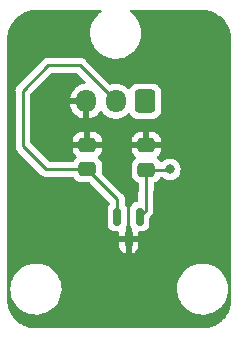
<source format=gbr>
%TF.GenerationSoftware,KiCad,Pcbnew,6.0.10+dfsg-1~bpo11+1*%
%TF.CreationDate,2023-01-29T22:58:32-06:00*%
%TF.ProjectId,hall_pcb,68616c6c-5f70-4636-922e-6b696361645f,rev?*%
%TF.SameCoordinates,Original*%
%TF.FileFunction,Copper,L1,Top*%
%TF.FilePolarity,Positive*%
%FSLAX46Y46*%
G04 Gerber Fmt 4.6, Leading zero omitted, Abs format (unit mm)*
G04 Created by KiCad (PCBNEW 6.0.10+dfsg-1~bpo11+1) date 2023-01-29 22:58:32*
%MOMM*%
%LPD*%
G01*
G04 APERTURE LIST*
G04 Aperture macros list*
%AMRoundRect*
0 Rectangle with rounded corners*
0 $1 Rounding radius*
0 $2 $3 $4 $5 $6 $7 $8 $9 X,Y pos of 4 corners*
0 Add a 4 corners polygon primitive as box body*
4,1,4,$2,$3,$4,$5,$6,$7,$8,$9,$2,$3,0*
0 Add four circle primitives for the rounded corners*
1,1,$1+$1,$2,$3*
1,1,$1+$1,$4,$5*
1,1,$1+$1,$6,$7*
1,1,$1+$1,$8,$9*
0 Add four rect primitives between the rounded corners*
20,1,$1+$1,$2,$3,$4,$5,0*
20,1,$1+$1,$4,$5,$6,$7,0*
20,1,$1+$1,$6,$7,$8,$9,0*
20,1,$1+$1,$8,$9,$2,$3,0*%
G04 Aperture macros list end*
%TA.AperFunction,SMDPad,CuDef*%
%ADD10RoundRect,0.250000X0.475000X-0.337500X0.475000X0.337500X-0.475000X0.337500X-0.475000X-0.337500X0*%
%TD*%
%TA.AperFunction,SMDPad,CuDef*%
%ADD11RoundRect,0.150000X-0.150000X0.587500X-0.150000X-0.587500X0.150000X-0.587500X0.150000X0.587500X0*%
%TD*%
%TA.AperFunction,ComponentPad*%
%ADD12RoundRect,0.250000X0.600000X0.725000X-0.600000X0.725000X-0.600000X-0.725000X0.600000X-0.725000X0*%
%TD*%
%TA.AperFunction,ComponentPad*%
%ADD13O,1.700000X1.950000*%
%TD*%
%TA.AperFunction,ViaPad*%
%ADD14C,0.800000*%
%TD*%
%TA.AperFunction,Conductor*%
%ADD15C,0.250000*%
%TD*%
G04 APERTURE END LIST*
D10*
%TO.P,C2,1*%
%TO.N,+3V3*%
X137787500Y-64600000D03*
%TO.P,C2,2*%
%TO.N,GNDREF*%
X137787500Y-62525000D03*
%TD*%
%TO.P,C1,1*%
%TO.N,/Vout*%
X132787500Y-64562500D03*
%TO.P,C1,2*%
%TO.N,GNDREF*%
X132787500Y-62487500D03*
%TD*%
D11*
%TO.P,U1,1,VCC*%
%TO.N,+3V3*%
X137237500Y-68562500D03*
%TO.P,U1,2,OUTPUT*%
%TO.N,/Vout*%
X135337500Y-68562500D03*
%TO.P,U1,3,GND*%
%TO.N,GNDREF*%
X136287500Y-70437500D03*
%TD*%
D12*
%TO.P,J1,1,Pin_1*%
%TO.N,+3V3*%
X137700000Y-58800000D03*
D13*
%TO.P,J1,2,Pin_2*%
%TO.N,/Vout*%
X135200000Y-58800000D03*
%TO.P,J1,3,Pin_3*%
%TO.N,GNDREF*%
X132700000Y-58800000D03*
%TD*%
D14*
%TO.N,+3V3*%
X139787500Y-64562500D03*
%TD*%
D15*
%TO.N,/Vout*%
X129500000Y-55750000D02*
X132150000Y-55750000D01*
X127350000Y-57900000D02*
X129500000Y-55750000D01*
X132787500Y-64562500D02*
X129312500Y-64562500D01*
X127350000Y-62600000D02*
X127350000Y-57900000D01*
X129312500Y-64562500D02*
X127350000Y-62600000D01*
X132150000Y-55750000D02*
X135200000Y-58800000D01*
X135337500Y-68562500D02*
X135337500Y-67112500D01*
X135337500Y-67112500D02*
X132787500Y-64562500D01*
%TO.N,+3V3*%
X137787500Y-64600000D02*
X139750000Y-64600000D01*
X139750000Y-64600000D02*
X139787500Y-64562500D01*
X137750000Y-68050000D02*
X137237500Y-68562500D01*
X137787500Y-64562500D02*
X137750000Y-68050000D01*
%TD*%
%TA.AperFunction,Conductor*%
%TO.N,GNDREF*%
G36*
X133941804Y-51078502D02*
G01*
X133988297Y-51132158D01*
X133998401Y-51202432D01*
X133968907Y-51267012D01*
X133952464Y-51282834D01*
X133898166Y-51326335D01*
X133735549Y-51456616D01*
X133732605Y-51459718D01*
X133732601Y-51459722D01*
X133535911Y-51666990D01*
X133532961Y-51670099D01*
X133361220Y-51909102D01*
X133223504Y-52169201D01*
X133122362Y-52445584D01*
X133059666Y-52733137D01*
X133036575Y-53026538D01*
X133053516Y-53320358D01*
X133054341Y-53324565D01*
X133054342Y-53324570D01*
X133069126Y-53399921D01*
X133110177Y-53609160D01*
X133111564Y-53613210D01*
X133111565Y-53613215D01*
X133131123Y-53670339D01*
X133205509Y-53887601D01*
X133337747Y-54150528D01*
X133340173Y-54154057D01*
X133340176Y-54154063D01*
X133379950Y-54211934D01*
X133504445Y-54393075D01*
X133702518Y-54610754D01*
X133705807Y-54613504D01*
X133925009Y-54796786D01*
X133925014Y-54796790D01*
X133928301Y-54799538D01*
X133994051Y-54840783D01*
X134173976Y-54953650D01*
X134173980Y-54953652D01*
X134177616Y-54955933D01*
X134250293Y-54988748D01*
X134441937Y-55075279D01*
X134441941Y-55075281D01*
X134445849Y-55077045D01*
X134449968Y-55078265D01*
X134723924Y-55159415D01*
X134723929Y-55159416D01*
X134728037Y-55160633D01*
X134732271Y-55161281D01*
X134732276Y-55161282D01*
X135014717Y-55204501D01*
X135014719Y-55204501D01*
X135018959Y-55205150D01*
X135168772Y-55207504D01*
X135308940Y-55209706D01*
X135308946Y-55209706D01*
X135313231Y-55209773D01*
X135605408Y-55174416D01*
X135775089Y-55129901D01*
X135885939Y-55100820D01*
X135885940Y-55100820D01*
X135890082Y-55099733D01*
X136161988Y-54987106D01*
X136416092Y-54838619D01*
X136647694Y-54657021D01*
X136695605Y-54607581D01*
X136849523Y-54448748D01*
X136852506Y-54445670D01*
X137026741Y-54208479D01*
X137167172Y-53949836D01*
X137271203Y-53674527D01*
X137315692Y-53480279D01*
X137335949Y-53391831D01*
X137335950Y-53391827D01*
X137336907Y-53387647D01*
X137337943Y-53376047D01*
X137362849Y-53096970D01*
X137362849Y-53096968D01*
X137363069Y-53094504D01*
X137363544Y-53049194D01*
X137363375Y-53046713D01*
X137343819Y-52759844D01*
X137343818Y-52759838D01*
X137343527Y-52755567D01*
X137283845Y-52467374D01*
X137185603Y-52189947D01*
X137050618Y-51928420D01*
X137034589Y-51905612D01*
X136883856Y-51691142D01*
X136883855Y-51691141D01*
X136881389Y-51687632D01*
X136700069Y-51492507D01*
X136683965Y-51475177D01*
X136683964Y-51475176D01*
X136681048Y-51472038D01*
X136658936Y-51453939D01*
X136567174Y-51378834D01*
X136453300Y-51285629D01*
X136453541Y-51285334D01*
X136411076Y-51231442D01*
X136404259Y-51160774D01*
X136436731Y-51097638D01*
X136498181Y-51062080D01*
X136528005Y-51058500D01*
X142492158Y-51058500D01*
X142495280Y-51058539D01*
X142503339Y-51058739D01*
X142620477Y-51061643D01*
X142626671Y-51061949D01*
X142743183Y-51070618D01*
X142749351Y-51071230D01*
X142864852Y-51085577D01*
X142870955Y-51086487D01*
X142985265Y-51106432D01*
X142991321Y-51107642D01*
X143104277Y-51133113D01*
X143110239Y-51134611D01*
X143221629Y-51165522D01*
X143227470Y-51167298D01*
X143320625Y-51198120D01*
X143337089Y-51203568D01*
X143342873Y-51205640D01*
X143450522Y-51247184D01*
X143456190Y-51249532D01*
X143495643Y-51267012D01*
X143561700Y-51296280D01*
X143567258Y-51298907D01*
X143670417Y-51350773D01*
X143675833Y-51353664D01*
X143753240Y-51397441D01*
X143776438Y-51410561D01*
X143781712Y-51413716D01*
X143858975Y-51462546D01*
X143879576Y-51475566D01*
X143884716Y-51478994D01*
X143979659Y-51545729D01*
X143984631Y-51549409D01*
X144076422Y-51620916D01*
X144081221Y-51624848D01*
X144169753Y-51701118D01*
X144174354Y-51705285D01*
X144219285Y-51748042D01*
X144225989Y-51755129D01*
X144230095Y-51761637D01*
X144241317Y-51771548D01*
X144264393Y-51791929D01*
X144272258Y-51799507D01*
X144335476Y-51865936D01*
X144344702Y-51875631D01*
X144348880Y-51880244D01*
X144425156Y-51968783D01*
X144429083Y-51973577D01*
X144500594Y-52065373D01*
X144504280Y-52070351D01*
X144571005Y-52165283D01*
X144574432Y-52170422D01*
X144636274Y-52268272D01*
X144639438Y-52273561D01*
X144696338Y-52374171D01*
X144699235Y-52379599D01*
X144710364Y-52401733D01*
X144741337Y-52463336D01*
X144751088Y-52482731D01*
X144753712Y-52488282D01*
X144756596Y-52494791D01*
X144800458Y-52593785D01*
X144802809Y-52599461D01*
X144844362Y-52707130D01*
X144846432Y-52712910D01*
X144853235Y-52733472D01*
X144882696Y-52822516D01*
X144884485Y-52828401D01*
X144915389Y-52939763D01*
X144916891Y-52945741D01*
X144942356Y-53058676D01*
X144943566Y-53064731D01*
X144963027Y-53176253D01*
X144963509Y-53179018D01*
X144964424Y-53185147D01*
X144978768Y-53300628D01*
X144979382Y-53306810D01*
X144988052Y-53423345D01*
X144988358Y-53429533D01*
X144989462Y-53474066D01*
X144991380Y-53551463D01*
X144991417Y-53555353D01*
X144991064Y-53613215D01*
X144991024Y-53619721D01*
X144991408Y-53621065D01*
X144991500Y-53622410D01*
X144991500Y-75541399D01*
X144991498Y-75542142D01*
X144991492Y-75543160D01*
X144991455Y-75545529D01*
X144989996Y-75604418D01*
X144988359Y-75670456D01*
X144988052Y-75676664D01*
X144986540Y-75696984D01*
X144979382Y-75793187D01*
X144978768Y-75799369D01*
X144964425Y-75914835D01*
X144963511Y-75920961D01*
X144943563Y-76035284D01*
X144942355Y-76041327D01*
X144927504Y-76107190D01*
X144916890Y-76154262D01*
X144915389Y-76160235D01*
X144886474Y-76264434D01*
X144884483Y-76271607D01*
X144882698Y-76277478D01*
X144846435Y-76387077D01*
X144846433Y-76387084D01*
X144844364Y-76392862D01*
X144807098Y-76489425D01*
X144802813Y-76500527D01*
X144800465Y-76506194D01*
X144753714Y-76611711D01*
X144751110Y-76617222D01*
X144699229Y-76720411D01*
X144696332Y-76725838D01*
X144639453Y-76826410D01*
X144636288Y-76831700D01*
X144574421Y-76929588D01*
X144570995Y-76934725D01*
X144504273Y-77029654D01*
X144500587Y-77034633D01*
X144429090Y-77126411D01*
X144425163Y-77131205D01*
X144348900Y-77219729D01*
X144348895Y-77219735D01*
X144344719Y-77224346D01*
X144295789Y-77275764D01*
X144274900Y-77297715D01*
X144265871Y-77306309D01*
X144240990Y-77327747D01*
X144240988Y-77327749D01*
X144234192Y-77333605D01*
X144229311Y-77341136D01*
X144226600Y-77344243D01*
X144218522Y-77352679D01*
X144174322Y-77394741D01*
X144169731Y-77398897D01*
X144081218Y-77475151D01*
X144076430Y-77479075D01*
X144027837Y-77516930D01*
X143984630Y-77550589D01*
X143979653Y-77554273D01*
X143884719Y-77621001D01*
X143879579Y-77624429D01*
X143781726Y-77686273D01*
X143776437Y-77689437D01*
X143675827Y-77746337D01*
X143670399Y-77749234D01*
X143567269Y-77801086D01*
X143561717Y-77803710D01*
X143561676Y-77803729D01*
X143456195Y-77850465D01*
X143450518Y-77852816D01*
X143342863Y-77894362D01*
X143337078Y-77896434D01*
X143227504Y-77932689D01*
X143221617Y-77934479D01*
X143110241Y-77965387D01*
X143104264Y-77966889D01*
X142991319Y-77992356D01*
X142985283Y-77993562D01*
X142870958Y-78013511D01*
X142864848Y-78014423D01*
X142749370Y-78028767D01*
X142743202Y-78029379D01*
X142626656Y-78038051D01*
X142620463Y-78038357D01*
X142498273Y-78041386D01*
X142495282Y-78041460D01*
X142492160Y-78041499D01*
X128507841Y-78041499D01*
X128504720Y-78041460D01*
X128500373Y-78041352D01*
X128379527Y-78038357D01*
X128373334Y-78038051D01*
X128256812Y-78029381D01*
X128250630Y-78028767D01*
X128135164Y-78014424D01*
X128129038Y-78013510D01*
X128014715Y-77993562D01*
X128008670Y-77992354D01*
X127895743Y-77966890D01*
X127889767Y-77965388D01*
X127778388Y-77934480D01*
X127772530Y-77932699D01*
X127662888Y-77896423D01*
X127657141Y-77894365D01*
X127549463Y-77852808D01*
X127543804Y-77850464D01*
X127438276Y-77803708D01*
X127432776Y-77801109D01*
X127329576Y-77749222D01*
X127324160Y-77746331D01*
X127223588Y-77689452D01*
X127218298Y-77686287D01*
X127120410Y-77624420D01*
X127115273Y-77620994D01*
X127020344Y-77554272D01*
X127015364Y-77550586D01*
X126923579Y-77479083D01*
X126918775Y-77475146D01*
X126830261Y-77398893D01*
X126825637Y-77394706D01*
X126780721Y-77351961D01*
X126774009Y-77344865D01*
X126769904Y-77338360D01*
X126735603Y-77308066D01*
X126727751Y-77300500D01*
X126664527Y-77234062D01*
X126655283Y-77224348D01*
X126651100Y-77219729D01*
X126574858Y-77131231D01*
X126570919Y-77126424D01*
X126499405Y-77034623D01*
X126495721Y-77029646D01*
X126429004Y-76934727D01*
X126425576Y-76929587D01*
X126380670Y-76858535D01*
X126363718Y-76831712D01*
X126360569Y-76826450D01*
X126303656Y-76725816D01*
X126300765Y-76720398D01*
X126260118Y-76639554D01*
X126248909Y-76617260D01*
X126246286Y-76611711D01*
X126244866Y-76608505D01*
X126199533Y-76506192D01*
X126197183Y-76500517D01*
X126155637Y-76392862D01*
X126153565Y-76387077D01*
X126117310Y-76277503D01*
X126115520Y-76271616D01*
X126084612Y-76160240D01*
X126083110Y-76154262D01*
X126057645Y-76041327D01*
X126056434Y-76035270D01*
X126036489Y-75920963D01*
X126035575Y-75914836D01*
X126033330Y-75896756D01*
X126021233Y-75799369D01*
X126020620Y-75793194D01*
X126011949Y-75676655D01*
X126011642Y-75670445D01*
X126010658Y-75630716D01*
X126008540Y-75545281D01*
X126008501Y-75542159D01*
X126008501Y-74677344D01*
X126286575Y-74677344D01*
X126303516Y-74971164D01*
X126304341Y-74975371D01*
X126304342Y-74975376D01*
X126331150Y-75112014D01*
X126360177Y-75259966D01*
X126361564Y-75264016D01*
X126361565Y-75264021D01*
X126451294Y-75526096D01*
X126455509Y-75538407D01*
X126458966Y-75545281D01*
X126585207Y-75796283D01*
X126587747Y-75801334D01*
X126590173Y-75804863D01*
X126590176Y-75804869D01*
X126653326Y-75896752D01*
X126754445Y-76043881D01*
X126757332Y-76047054D01*
X126757333Y-76047055D01*
X126798161Y-76091924D01*
X126952518Y-76261560D01*
X126955807Y-76264310D01*
X127175009Y-76447592D01*
X127175014Y-76447596D01*
X127178301Y-76450344D01*
X127267334Y-76506194D01*
X127423976Y-76604456D01*
X127423980Y-76604458D01*
X127427616Y-76606739D01*
X127500293Y-76639554D01*
X127691937Y-76726085D01*
X127691941Y-76726087D01*
X127695849Y-76727851D01*
X127699968Y-76729071D01*
X127973924Y-76810221D01*
X127973929Y-76810222D01*
X127978037Y-76811439D01*
X127982271Y-76812087D01*
X127982276Y-76812088D01*
X128264717Y-76855307D01*
X128264719Y-76855307D01*
X128268959Y-76855956D01*
X128418772Y-76858310D01*
X128558940Y-76860512D01*
X128558946Y-76860512D01*
X128563231Y-76860579D01*
X128855408Y-76825222D01*
X129065703Y-76770052D01*
X129135939Y-76751626D01*
X129135940Y-76751626D01*
X129140082Y-76750539D01*
X129411988Y-76637912D01*
X129637382Y-76506202D01*
X129662389Y-76491589D01*
X129662390Y-76491588D01*
X129666092Y-76489425D01*
X129897694Y-76307827D01*
X129931042Y-76273415D01*
X130099523Y-76099554D01*
X130102506Y-76096476D01*
X130276741Y-75859285D01*
X130328739Y-75763517D01*
X130415122Y-75604418D01*
X130415123Y-75604416D01*
X130417172Y-75600642D01*
X130521203Y-75325333D01*
X130586907Y-75038453D01*
X130592537Y-74975376D01*
X130612849Y-74747776D01*
X130612849Y-74747774D01*
X130613069Y-74745310D01*
X130613544Y-74700000D01*
X130612000Y-74677344D01*
X140386575Y-74677344D01*
X140403516Y-74971164D01*
X140404341Y-74975371D01*
X140404342Y-74975376D01*
X140431150Y-75112014D01*
X140460177Y-75259966D01*
X140461564Y-75264016D01*
X140461565Y-75264021D01*
X140551294Y-75526096D01*
X140555509Y-75538407D01*
X140558966Y-75545281D01*
X140685207Y-75796283D01*
X140687747Y-75801334D01*
X140690173Y-75804863D01*
X140690176Y-75804869D01*
X140753326Y-75896752D01*
X140854445Y-76043881D01*
X140857332Y-76047054D01*
X140857333Y-76047055D01*
X140898161Y-76091924D01*
X141052518Y-76261560D01*
X141055807Y-76264310D01*
X141275009Y-76447592D01*
X141275014Y-76447596D01*
X141278301Y-76450344D01*
X141367334Y-76506194D01*
X141523976Y-76604456D01*
X141523980Y-76604458D01*
X141527616Y-76606739D01*
X141600293Y-76639554D01*
X141791937Y-76726085D01*
X141791941Y-76726087D01*
X141795849Y-76727851D01*
X141799968Y-76729071D01*
X142073924Y-76810221D01*
X142073929Y-76810222D01*
X142078037Y-76811439D01*
X142082271Y-76812087D01*
X142082276Y-76812088D01*
X142364717Y-76855307D01*
X142364719Y-76855307D01*
X142368959Y-76855956D01*
X142518772Y-76858310D01*
X142658940Y-76860512D01*
X142658946Y-76860512D01*
X142663231Y-76860579D01*
X142955408Y-76825222D01*
X143165703Y-76770052D01*
X143235939Y-76751626D01*
X143235940Y-76751626D01*
X143240082Y-76750539D01*
X143511988Y-76637912D01*
X143737382Y-76506202D01*
X143762389Y-76491589D01*
X143762390Y-76491588D01*
X143766092Y-76489425D01*
X143997694Y-76307827D01*
X144031042Y-76273415D01*
X144199523Y-76099554D01*
X144202506Y-76096476D01*
X144376741Y-75859285D01*
X144428739Y-75763517D01*
X144515122Y-75604418D01*
X144515123Y-75604416D01*
X144517172Y-75600642D01*
X144621203Y-75325333D01*
X144686907Y-75038453D01*
X144692537Y-74975376D01*
X144712849Y-74747776D01*
X144712849Y-74747774D01*
X144713069Y-74745310D01*
X144713544Y-74700000D01*
X144712000Y-74677344D01*
X144693819Y-74410650D01*
X144693818Y-74410644D01*
X144693527Y-74406373D01*
X144633845Y-74118180D01*
X144535603Y-73840753D01*
X144400618Y-73579226D01*
X144384589Y-73556418D01*
X144233856Y-73341948D01*
X144233855Y-73341947D01*
X144231389Y-73338438D01*
X144031048Y-73122844D01*
X144008936Y-73104745D01*
X143806618Y-72939151D01*
X143803300Y-72936435D01*
X143552361Y-72782660D01*
X143533706Y-72774471D01*
X143286802Y-72666087D01*
X143286798Y-72666086D01*
X143282874Y-72664363D01*
X142999826Y-72583735D01*
X142995584Y-72583131D01*
X142995578Y-72583130D01*
X142712705Y-72542871D01*
X142708454Y-72542266D01*
X142553306Y-72541454D01*
X142418436Y-72540747D01*
X142418430Y-72540747D01*
X142414150Y-72540725D01*
X142409906Y-72541284D01*
X142409902Y-72541284D01*
X142281341Y-72558210D01*
X142122360Y-72579140D01*
X142118220Y-72580273D01*
X142118218Y-72580273D01*
X142101261Y-72584912D01*
X141838483Y-72656800D01*
X141834533Y-72658485D01*
X141571714Y-72770586D01*
X141571707Y-72770590D01*
X141567772Y-72772268D01*
X141415386Y-72863469D01*
X141318918Y-72921204D01*
X141318914Y-72921207D01*
X141315236Y-72923408D01*
X141085549Y-73107422D01*
X141082605Y-73110524D01*
X141082601Y-73110528D01*
X141073491Y-73120128D01*
X140882961Y-73320905D01*
X140711220Y-73559908D01*
X140573504Y-73820007D01*
X140472362Y-74096390D01*
X140409666Y-74383943D01*
X140386575Y-74677344D01*
X130612000Y-74677344D01*
X130593819Y-74410650D01*
X130593818Y-74410644D01*
X130593527Y-74406373D01*
X130533845Y-74118180D01*
X130435603Y-73840753D01*
X130300618Y-73579226D01*
X130284589Y-73556418D01*
X130133856Y-73341948D01*
X130133855Y-73341947D01*
X130131389Y-73338438D01*
X129931048Y-73122844D01*
X129908936Y-73104745D01*
X129706618Y-72939151D01*
X129703300Y-72936435D01*
X129452361Y-72782660D01*
X129433706Y-72774471D01*
X129186802Y-72666087D01*
X129186798Y-72666086D01*
X129182874Y-72664363D01*
X128899826Y-72583735D01*
X128895584Y-72583131D01*
X128895578Y-72583130D01*
X128612705Y-72542871D01*
X128608454Y-72542266D01*
X128453306Y-72541454D01*
X128318436Y-72540747D01*
X128318430Y-72540747D01*
X128314150Y-72540725D01*
X128309906Y-72541284D01*
X128309902Y-72541284D01*
X128181341Y-72558210D01*
X128022360Y-72579140D01*
X128018220Y-72580273D01*
X128018218Y-72580273D01*
X128001261Y-72584912D01*
X127738483Y-72656800D01*
X127734533Y-72658485D01*
X127471714Y-72770586D01*
X127471707Y-72770590D01*
X127467772Y-72772268D01*
X127315386Y-72863469D01*
X127218918Y-72921204D01*
X127218914Y-72921207D01*
X127215236Y-72923408D01*
X126985549Y-73107422D01*
X126982605Y-73110524D01*
X126982601Y-73110528D01*
X126973491Y-73120128D01*
X126782961Y-73320905D01*
X126611220Y-73559908D01*
X126473504Y-73820007D01*
X126372362Y-74096390D01*
X126309666Y-74383943D01*
X126286575Y-74677344D01*
X126008501Y-74677344D01*
X126008501Y-71088984D01*
X135479501Y-71088984D01*
X135479695Y-71093920D01*
X135481930Y-71122336D01*
X135484230Y-71134931D01*
X135526607Y-71280790D01*
X135532852Y-71295221D01*
X135609411Y-71424678D01*
X135619051Y-71437104D01*
X135725396Y-71543449D01*
X135737822Y-71553089D01*
X135867279Y-71629648D01*
X135881710Y-71635893D01*
X136016105Y-71674939D01*
X136030206Y-71674899D01*
X136033500Y-71667630D01*
X136033500Y-71661878D01*
X136541500Y-71661878D01*
X136545473Y-71675409D01*
X136553371Y-71676544D01*
X136693290Y-71635893D01*
X136707721Y-71629648D01*
X136837178Y-71553089D01*
X136849604Y-71543449D01*
X136955949Y-71437104D01*
X136965589Y-71424678D01*
X137042148Y-71295221D01*
X137048393Y-71280790D01*
X137090769Y-71134935D01*
X137093070Y-71122333D01*
X137095307Y-71093916D01*
X137095500Y-71088986D01*
X137095500Y-70709615D01*
X137091025Y-70694376D01*
X137089635Y-70693171D01*
X137081952Y-70691500D01*
X136559615Y-70691500D01*
X136544376Y-70695975D01*
X136543171Y-70697365D01*
X136541500Y-70705048D01*
X136541500Y-71661878D01*
X136033500Y-71661878D01*
X136033500Y-70709615D01*
X136029025Y-70694376D01*
X136027635Y-70693171D01*
X136019952Y-70691500D01*
X135497616Y-70691500D01*
X135482377Y-70695975D01*
X135481172Y-70697365D01*
X135479501Y-70705048D01*
X135479501Y-71088984D01*
X126008501Y-71088984D01*
X126008501Y-57879943D01*
X126711780Y-57879943D01*
X126712526Y-57887835D01*
X126715941Y-57923961D01*
X126716500Y-57935819D01*
X126716500Y-62521233D01*
X126715973Y-62532416D01*
X126714298Y-62539909D01*
X126714547Y-62547835D01*
X126714547Y-62547836D01*
X126716438Y-62607986D01*
X126716500Y-62611945D01*
X126716500Y-62639856D01*
X126716997Y-62643790D01*
X126716997Y-62643791D01*
X126717005Y-62643856D01*
X126717938Y-62655693D01*
X126719327Y-62699889D01*
X126724978Y-62719339D01*
X126728987Y-62738700D01*
X126731526Y-62758797D01*
X126734445Y-62766168D01*
X126734445Y-62766170D01*
X126747804Y-62799912D01*
X126751649Y-62811142D01*
X126763982Y-62853593D01*
X126768015Y-62860412D01*
X126768017Y-62860417D01*
X126774293Y-62871028D01*
X126782988Y-62888776D01*
X126790448Y-62907617D01*
X126795110Y-62914033D01*
X126795110Y-62914034D01*
X126816436Y-62943387D01*
X126822952Y-62953307D01*
X126834548Y-62972914D01*
X126845458Y-62991362D01*
X126859779Y-63005683D01*
X126872619Y-63020716D01*
X126884528Y-63037107D01*
X126890634Y-63042158D01*
X126918605Y-63065298D01*
X126927384Y-63073288D01*
X128808848Y-64954753D01*
X128816388Y-64963039D01*
X128820500Y-64969518D01*
X128826277Y-64974943D01*
X128870151Y-65016143D01*
X128872993Y-65018898D01*
X128892730Y-65038635D01*
X128895927Y-65041115D01*
X128904947Y-65048818D01*
X128937179Y-65079086D01*
X128944125Y-65082905D01*
X128944128Y-65082907D01*
X128954934Y-65088848D01*
X128971453Y-65099699D01*
X128987459Y-65112114D01*
X128994728Y-65115259D01*
X128994732Y-65115262D01*
X129028037Y-65129674D01*
X129038687Y-65134891D01*
X129077440Y-65156195D01*
X129085115Y-65158166D01*
X129085116Y-65158166D01*
X129097062Y-65161233D01*
X129115767Y-65167637D01*
X129134355Y-65175681D01*
X129142178Y-65176920D01*
X129142188Y-65176923D01*
X129178024Y-65182599D01*
X129189644Y-65185005D01*
X129224789Y-65194028D01*
X129232470Y-65196000D01*
X129252724Y-65196000D01*
X129272434Y-65197551D01*
X129292443Y-65200720D01*
X129300335Y-65199974D01*
X129336461Y-65196559D01*
X129348319Y-65196000D01*
X131533454Y-65196000D01*
X131601575Y-65216002D01*
X131640598Y-65255697D01*
X131643408Y-65260238D01*
X131714022Y-65374348D01*
X131839197Y-65499305D01*
X131845427Y-65503145D01*
X131845428Y-65503146D01*
X131904944Y-65539832D01*
X131989762Y-65592115D01*
X132069505Y-65618564D01*
X132151111Y-65645632D01*
X132151113Y-65645632D01*
X132157639Y-65647797D01*
X132164475Y-65648497D01*
X132164478Y-65648498D01*
X132207531Y-65652909D01*
X132262100Y-65658500D01*
X132935406Y-65658500D01*
X133003527Y-65678502D01*
X133024501Y-65695405D01*
X134667095Y-67337999D01*
X134701121Y-67400311D01*
X134704000Y-67427094D01*
X134704000Y-67475050D01*
X134683998Y-67543171D01*
X134673441Y-67556271D01*
X134673511Y-67556325D01*
X134668656Y-67562584D01*
X134663047Y-67568193D01*
X134659011Y-67575017D01*
X134659009Y-67575020D01*
X134595393Y-67682589D01*
X134578355Y-67711399D01*
X134531938Y-67871169D01*
X134529000Y-67908498D01*
X134529000Y-69216502D01*
X134531938Y-69253831D01*
X134578355Y-69413601D01*
X134582392Y-69420427D01*
X134659009Y-69549980D01*
X134659011Y-69549983D01*
X134663047Y-69556807D01*
X134780693Y-69674453D01*
X134787517Y-69678489D01*
X134787520Y-69678491D01*
X134895089Y-69742107D01*
X134923899Y-69759145D01*
X134931510Y-69761356D01*
X134931512Y-69761357D01*
X134983731Y-69776528D01*
X135083669Y-69805562D01*
X135090074Y-69806066D01*
X135090079Y-69806067D01*
X135118542Y-69808307D01*
X135118550Y-69808307D01*
X135120998Y-69808500D01*
X135353500Y-69808500D01*
X135421621Y-69828502D01*
X135468114Y-69882158D01*
X135479500Y-69934500D01*
X135479500Y-70165385D01*
X135483975Y-70180624D01*
X135485365Y-70181829D01*
X135493048Y-70183500D01*
X136015385Y-70183500D01*
X136030624Y-70179025D01*
X136031829Y-70177635D01*
X136033500Y-70169952D01*
X136033500Y-69554842D01*
X136051047Y-69490703D01*
X136092608Y-69420427D01*
X136096645Y-69413601D01*
X136143062Y-69253831D01*
X136146000Y-69216502D01*
X136429000Y-69216502D01*
X136431938Y-69253831D01*
X136478355Y-69413601D01*
X136482392Y-69420427D01*
X136523953Y-69490703D01*
X136541500Y-69554842D01*
X136541500Y-70165385D01*
X136545975Y-70180624D01*
X136547365Y-70181829D01*
X136555048Y-70183500D01*
X137077384Y-70183500D01*
X137092623Y-70179025D01*
X137093828Y-70177635D01*
X137095499Y-70169952D01*
X137095499Y-69934500D01*
X137115501Y-69866379D01*
X137169157Y-69819886D01*
X137221499Y-69808500D01*
X137454002Y-69808500D01*
X137456450Y-69808307D01*
X137456458Y-69808307D01*
X137484921Y-69806067D01*
X137484926Y-69806066D01*
X137491331Y-69805562D01*
X137591269Y-69776528D01*
X137643488Y-69761357D01*
X137643490Y-69761356D01*
X137651101Y-69759145D01*
X137679911Y-69742107D01*
X137787480Y-69678491D01*
X137787483Y-69678489D01*
X137794307Y-69674453D01*
X137911953Y-69556807D01*
X137915989Y-69549983D01*
X137915991Y-69549980D01*
X137992608Y-69420427D01*
X137996645Y-69413601D01*
X138043062Y-69253831D01*
X138046000Y-69216502D01*
X138046000Y-68702094D01*
X138066002Y-68633973D01*
X138082905Y-68612999D01*
X138142456Y-68553448D01*
X138147338Y-68549053D01*
X138151704Y-68546348D01*
X138201723Y-68494218D01*
X138203544Y-68492360D01*
X138226134Y-68469770D01*
X138228556Y-68466647D01*
X138231113Y-68463748D01*
X138234698Y-68459851D01*
X138262521Y-68430854D01*
X138274491Y-68409625D01*
X138284684Y-68394289D01*
X138294754Y-68381307D01*
X138294758Y-68381299D01*
X138299613Y-68375041D01*
X138302758Y-68367773D01*
X138302763Y-68367765D01*
X138315548Y-68338219D01*
X138321417Y-68326399D01*
X138341133Y-68291430D01*
X138347444Y-68267903D01*
X138353506Y-68250504D01*
X138360032Y-68235424D01*
X138360034Y-68235417D01*
X138363181Y-68228145D01*
X138369457Y-68188523D01*
X138372207Y-68175592D01*
X138380549Y-68144494D01*
X138382603Y-68136837D01*
X138382865Y-68112469D01*
X138384409Y-68094114D01*
X138386979Y-68077887D01*
X138386979Y-68077886D01*
X138388219Y-68070057D01*
X138384444Y-68030120D01*
X138383892Y-68016912D01*
X138388778Y-67562584D01*
X138393703Y-67104502D01*
X138407967Y-65778034D01*
X138428701Y-65710132D01*
X138482853Y-65664219D01*
X138494083Y-65659866D01*
X138579493Y-65631370D01*
X138579495Y-65631369D01*
X138586446Y-65629050D01*
X138736848Y-65535978D01*
X138861805Y-65410803D01*
X138934184Y-65293383D01*
X138986955Y-65245891D01*
X139041443Y-65233500D01*
X139124481Y-65233500D01*
X139192602Y-65253502D01*
X139198534Y-65257559D01*
X139330748Y-65353618D01*
X139336776Y-65356302D01*
X139336778Y-65356303D01*
X139473154Y-65417021D01*
X139505212Y-65431294D01*
X139598613Y-65451147D01*
X139685556Y-65469628D01*
X139685561Y-65469628D01*
X139692013Y-65471000D01*
X139882987Y-65471000D01*
X139889439Y-65469628D01*
X139889444Y-65469628D01*
X139976387Y-65451147D01*
X140069788Y-65431294D01*
X140101846Y-65417021D01*
X140238222Y-65356303D01*
X140238224Y-65356302D01*
X140244252Y-65353618D01*
X140398753Y-65241366D01*
X140435351Y-65200720D01*
X140522121Y-65104352D01*
X140522122Y-65104351D01*
X140526540Y-65099444D01*
X140622027Y-64934056D01*
X140681042Y-64752428D01*
X140701004Y-64562500D01*
X140681042Y-64372572D01*
X140622027Y-64190944D01*
X140614477Y-64177866D01*
X140555486Y-64075692D01*
X140526540Y-64025556D01*
X140419615Y-63906803D01*
X140403175Y-63888545D01*
X140403174Y-63888544D01*
X140398753Y-63883634D01*
X140244252Y-63771382D01*
X140238224Y-63768698D01*
X140238222Y-63768697D01*
X140075819Y-63696391D01*
X140075818Y-63696391D01*
X140069788Y-63693706D01*
X139954516Y-63669204D01*
X139889444Y-63655372D01*
X139889439Y-63655372D01*
X139882987Y-63654000D01*
X139692013Y-63654000D01*
X139685561Y-63655372D01*
X139685556Y-63655372D01*
X139620484Y-63669204D01*
X139505212Y-63693706D01*
X139499182Y-63696391D01*
X139499181Y-63696391D01*
X139336778Y-63768697D01*
X139336776Y-63768698D01*
X139330748Y-63771382D01*
X139325407Y-63775262D01*
X139325406Y-63775263D01*
X139197829Y-63867954D01*
X139176247Y-63883634D01*
X139171834Y-63888536D01*
X139171832Y-63888537D01*
X139139171Y-63924811D01*
X139078725Y-63962050D01*
X139045535Y-63966500D01*
X139041546Y-63966500D01*
X138973425Y-63946498D01*
X138934402Y-63906803D01*
X138864832Y-63794380D01*
X138860978Y-63788152D01*
X138735803Y-63663195D01*
X138731265Y-63660398D01*
X138690676Y-63603147D01*
X138687446Y-63532224D01*
X138723072Y-63470813D01*
X138731568Y-63463438D01*
X138741707Y-63455402D01*
X138856239Y-63340671D01*
X138865251Y-63329260D01*
X138950316Y-63191257D01*
X138956463Y-63178076D01*
X139007638Y-63023790D01*
X139010505Y-63010414D01*
X139020172Y-62916062D01*
X139020500Y-62909646D01*
X139020500Y-62797115D01*
X139016025Y-62781876D01*
X139014635Y-62780671D01*
X139006952Y-62779000D01*
X136572616Y-62779000D01*
X136557377Y-62783475D01*
X136556172Y-62784865D01*
X136554501Y-62792548D01*
X136554501Y-62909595D01*
X136554838Y-62916114D01*
X136564757Y-63011706D01*
X136567649Y-63025100D01*
X136619088Y-63179284D01*
X136625261Y-63192462D01*
X136710563Y-63330307D01*
X136719599Y-63341708D01*
X136834328Y-63456238D01*
X136843262Y-63463294D01*
X136884323Y-63521212D01*
X136887553Y-63592135D01*
X136851926Y-63653546D01*
X136844093Y-63660346D01*
X136838152Y-63664022D01*
X136713195Y-63789197D01*
X136709355Y-63795427D01*
X136709354Y-63795428D01*
X136651961Y-63888537D01*
X136620385Y-63939762D01*
X136593936Y-64019505D01*
X136579743Y-64062296D01*
X136564703Y-64107639D01*
X136554000Y-64212100D01*
X136554000Y-64987900D01*
X136554337Y-64991146D01*
X136554337Y-64991150D01*
X136563858Y-65082907D01*
X136564974Y-65093666D01*
X136567155Y-65100202D01*
X136567155Y-65100204D01*
X136599115Y-65196000D01*
X136620950Y-65261446D01*
X136714022Y-65411848D01*
X136839197Y-65536805D01*
X136845427Y-65540645D01*
X136845428Y-65540646D01*
X136982590Y-65625194D01*
X136989762Y-65629615D01*
X137038052Y-65645632D01*
X137054631Y-65651131D01*
X137112991Y-65691562D01*
X137140228Y-65757126D01*
X137140957Y-65772079D01*
X137125676Y-67193142D01*
X137104942Y-67261044D01*
X137050790Y-67306957D01*
X137009572Y-67317398D01*
X136990088Y-67318932D01*
X136990080Y-67318933D01*
X136983669Y-67319438D01*
X136883731Y-67348472D01*
X136831512Y-67363643D01*
X136831510Y-67363644D01*
X136823899Y-67365855D01*
X136817072Y-67369892D01*
X136817073Y-67369892D01*
X136687520Y-67446509D01*
X136687517Y-67446511D01*
X136680693Y-67450547D01*
X136563047Y-67568193D01*
X136559011Y-67575017D01*
X136559009Y-67575020D01*
X136495393Y-67682589D01*
X136478355Y-67711399D01*
X136431938Y-67871169D01*
X136429000Y-67908498D01*
X136429000Y-69216502D01*
X136146000Y-69216502D01*
X136146000Y-67908498D01*
X136143062Y-67871169D01*
X136096645Y-67711399D01*
X136079607Y-67682589D01*
X136015991Y-67575020D01*
X136015989Y-67575017D01*
X136011953Y-67568193D01*
X136006344Y-67562584D01*
X136001489Y-67556325D01*
X136002996Y-67555156D01*
X135973879Y-67501833D01*
X135971000Y-67475050D01*
X135971000Y-67191268D01*
X135971527Y-67180085D01*
X135973202Y-67172592D01*
X135971062Y-67104501D01*
X135971000Y-67100544D01*
X135971000Y-67072644D01*
X135970496Y-67068653D01*
X135969563Y-67056811D01*
X135968423Y-67020536D01*
X135968174Y-67012611D01*
X135962521Y-66993152D01*
X135958512Y-66973793D01*
X135958346Y-66972483D01*
X135955974Y-66953703D01*
X135953058Y-66946337D01*
X135953056Y-66946331D01*
X135939700Y-66912598D01*
X135935855Y-66901368D01*
X135925730Y-66866517D01*
X135925730Y-66866516D01*
X135923519Y-66858907D01*
X135913205Y-66841466D01*
X135904508Y-66823713D01*
X135899972Y-66812258D01*
X135897052Y-66804883D01*
X135871063Y-66769112D01*
X135864547Y-66759192D01*
X135846078Y-66727963D01*
X135842042Y-66721138D01*
X135827721Y-66706817D01*
X135814880Y-66691783D01*
X135807631Y-66681806D01*
X135802972Y-66675393D01*
X135768895Y-66647202D01*
X135760116Y-66639212D01*
X134057905Y-64937000D01*
X134023879Y-64874688D01*
X134021000Y-64847905D01*
X134021000Y-64174600D01*
X134014762Y-64114478D01*
X134010738Y-64075692D01*
X134010737Y-64075688D01*
X134010026Y-64068834D01*
X133954050Y-63901054D01*
X133860978Y-63750652D01*
X133735803Y-63625695D01*
X133731265Y-63622898D01*
X133690676Y-63565647D01*
X133687446Y-63494724D01*
X133723072Y-63433313D01*
X133731568Y-63425938D01*
X133741707Y-63417902D01*
X133856239Y-63303171D01*
X133865251Y-63291760D01*
X133950316Y-63153757D01*
X133956463Y-63140576D01*
X134007638Y-62986290D01*
X134010505Y-62972914D01*
X134020172Y-62878562D01*
X134020500Y-62872146D01*
X134020500Y-62759615D01*
X134016025Y-62744376D01*
X134014635Y-62743171D01*
X134006952Y-62741500D01*
X131572616Y-62741500D01*
X131557377Y-62745975D01*
X131556172Y-62747365D01*
X131554501Y-62755048D01*
X131554501Y-62872095D01*
X131554838Y-62878614D01*
X131564757Y-62974206D01*
X131567649Y-62987600D01*
X131619088Y-63141784D01*
X131625261Y-63154962D01*
X131710563Y-63292807D01*
X131719599Y-63304208D01*
X131834328Y-63418738D01*
X131843262Y-63425794D01*
X131884323Y-63483712D01*
X131887553Y-63554635D01*
X131851926Y-63616046D01*
X131844093Y-63622846D01*
X131838152Y-63626522D01*
X131713195Y-63751697D01*
X131709355Y-63757927D01*
X131709354Y-63757928D01*
X131640817Y-63869116D01*
X131588045Y-63916609D01*
X131533557Y-63929000D01*
X129627094Y-63929000D01*
X129558973Y-63908998D01*
X129537999Y-63892095D01*
X128020405Y-62374500D01*
X127986379Y-62312188D01*
X127983500Y-62285405D01*
X127983500Y-62252885D01*
X136554500Y-62252885D01*
X136558975Y-62268124D01*
X136560365Y-62269329D01*
X136568048Y-62271000D01*
X137515385Y-62271000D01*
X137530624Y-62266525D01*
X137531829Y-62265135D01*
X137533500Y-62257452D01*
X137533500Y-62252885D01*
X138041500Y-62252885D01*
X138045975Y-62268124D01*
X138047365Y-62269329D01*
X138055048Y-62271000D01*
X139002384Y-62271000D01*
X139017623Y-62266525D01*
X139018828Y-62265135D01*
X139020499Y-62257452D01*
X139020499Y-62140405D01*
X139020162Y-62133886D01*
X139010243Y-62038294D01*
X139007351Y-62024900D01*
X138955912Y-61870716D01*
X138949739Y-61857538D01*
X138864437Y-61719693D01*
X138855401Y-61708292D01*
X138740671Y-61593761D01*
X138729260Y-61584749D01*
X138591257Y-61499684D01*
X138578076Y-61493537D01*
X138423790Y-61442362D01*
X138410414Y-61439495D01*
X138316062Y-61429828D01*
X138309645Y-61429500D01*
X138059615Y-61429500D01*
X138044376Y-61433975D01*
X138043171Y-61435365D01*
X138041500Y-61443048D01*
X138041500Y-62252885D01*
X137533500Y-62252885D01*
X137533500Y-61447616D01*
X137529025Y-61432377D01*
X137527635Y-61431172D01*
X137519952Y-61429501D01*
X137265405Y-61429501D01*
X137258886Y-61429838D01*
X137163294Y-61439757D01*
X137149900Y-61442649D01*
X136995716Y-61494088D01*
X136982538Y-61500261D01*
X136844693Y-61585563D01*
X136833292Y-61594599D01*
X136718761Y-61709329D01*
X136709749Y-61720740D01*
X136624684Y-61858743D01*
X136618537Y-61871924D01*
X136567362Y-62026210D01*
X136564495Y-62039586D01*
X136554828Y-62133938D01*
X136554500Y-62140355D01*
X136554500Y-62252885D01*
X127983500Y-62252885D01*
X127983500Y-62215385D01*
X131554500Y-62215385D01*
X131558975Y-62230624D01*
X131560365Y-62231829D01*
X131568048Y-62233500D01*
X132515385Y-62233500D01*
X132530624Y-62229025D01*
X132531829Y-62227635D01*
X132533500Y-62219952D01*
X132533500Y-62215385D01*
X133041500Y-62215385D01*
X133045975Y-62230624D01*
X133047365Y-62231829D01*
X133055048Y-62233500D01*
X134002384Y-62233500D01*
X134017623Y-62229025D01*
X134018828Y-62227635D01*
X134020499Y-62219952D01*
X134020499Y-62102905D01*
X134020162Y-62096386D01*
X134010243Y-62000794D01*
X134007351Y-61987400D01*
X133955912Y-61833216D01*
X133949739Y-61820038D01*
X133864437Y-61682193D01*
X133855401Y-61670792D01*
X133740671Y-61556261D01*
X133729260Y-61547249D01*
X133591257Y-61462184D01*
X133578076Y-61456037D01*
X133423790Y-61404862D01*
X133410414Y-61401995D01*
X133316062Y-61392328D01*
X133309645Y-61392000D01*
X133059615Y-61392000D01*
X133044376Y-61396475D01*
X133043171Y-61397865D01*
X133041500Y-61405548D01*
X133041500Y-62215385D01*
X132533500Y-62215385D01*
X132533500Y-61410116D01*
X132529025Y-61394877D01*
X132527635Y-61393672D01*
X132519952Y-61392001D01*
X132265405Y-61392001D01*
X132258886Y-61392338D01*
X132163294Y-61402257D01*
X132149900Y-61405149D01*
X131995716Y-61456588D01*
X131982538Y-61462761D01*
X131844693Y-61548063D01*
X131833292Y-61557099D01*
X131718761Y-61671829D01*
X131709749Y-61683240D01*
X131624684Y-61821243D01*
X131618537Y-61834424D01*
X131567362Y-61988710D01*
X131564495Y-62002086D01*
X131554828Y-62096438D01*
X131554500Y-62102855D01*
X131554500Y-62215385D01*
X127983500Y-62215385D01*
X127983500Y-59070193D01*
X131349410Y-59070193D01*
X131356124Y-59149325D01*
X131357914Y-59159797D01*
X131413130Y-59372535D01*
X131416665Y-59382575D01*
X131506937Y-59582970D01*
X131512106Y-59592256D01*
X131634850Y-59774575D01*
X131641519Y-59782870D01*
X131793228Y-59941900D01*
X131801186Y-59948941D01*
X131977525Y-60080141D01*
X131986562Y-60085745D01*
X132182484Y-60185357D01*
X132192335Y-60189357D01*
X132402240Y-60254534D01*
X132412624Y-60256817D01*
X132428043Y-60258861D01*
X132442207Y-60256665D01*
X132446000Y-60243478D01*
X132446000Y-59072115D01*
X132441525Y-59056876D01*
X132440135Y-59055671D01*
X132432452Y-59054000D01*
X131366151Y-59054000D01*
X131351473Y-59058310D01*
X131349410Y-59070193D01*
X127983500Y-59070193D01*
X127983500Y-58214594D01*
X128003502Y-58146473D01*
X128020405Y-58125499D01*
X129725499Y-56420405D01*
X129787811Y-56386379D01*
X129814594Y-56383500D01*
X131835406Y-56383500D01*
X131903527Y-56403502D01*
X131924501Y-56420405D01*
X132612097Y-57108001D01*
X132646123Y-57170313D01*
X132641058Y-57241128D01*
X132598511Y-57297964D01*
X132538354Y-57322157D01*
X132528684Y-57323344D01*
X132313580Y-57368477D01*
X132303383Y-57371537D01*
X132098971Y-57452263D01*
X132089439Y-57456994D01*
X131901538Y-57571016D01*
X131892948Y-57577280D01*
X131726948Y-57721327D01*
X131719528Y-57728958D01*
X131580174Y-57898911D01*
X131574150Y-57907678D01*
X131465424Y-58098682D01*
X131460959Y-58108346D01*
X131385969Y-58314941D01*
X131383198Y-58325208D01*
X131346496Y-58528174D01*
X131347915Y-58541414D01*
X131362550Y-58546000D01*
X132828000Y-58546000D01*
X132896121Y-58566002D01*
X132942614Y-58619658D01*
X132954000Y-58672000D01*
X132954000Y-60241192D01*
X132957973Y-60254723D01*
X132968580Y-60256248D01*
X133086421Y-60231523D01*
X133096617Y-60228463D01*
X133301029Y-60147737D01*
X133310561Y-60143006D01*
X133498462Y-60028984D01*
X133507052Y-60022720D01*
X133673052Y-59878673D01*
X133680472Y-59871042D01*
X133819826Y-59701089D01*
X133825848Y-59692326D01*
X133841238Y-59665289D01*
X133892320Y-59615982D01*
X133961951Y-59602120D01*
X134028022Y-59628103D01*
X134055261Y-59657253D01*
X134084773Y-59701089D01*
X134137441Y-59779319D01*
X134141120Y-59783176D01*
X134141122Y-59783178D01*
X134202710Y-59847738D01*
X134296576Y-59946135D01*
X134481542Y-60083754D01*
X134486293Y-60086170D01*
X134486297Y-60086172D01*
X134549481Y-60118296D01*
X134687051Y-60188240D01*
X134692145Y-60189822D01*
X134692148Y-60189823D01*
X134857583Y-60241192D01*
X134907227Y-60256607D01*
X134912516Y-60257308D01*
X135130489Y-60286198D01*
X135130494Y-60286198D01*
X135135774Y-60286898D01*
X135141103Y-60286698D01*
X135141105Y-60286698D01*
X135250966Y-60282574D01*
X135366158Y-60278249D01*
X135388802Y-60273498D01*
X135586572Y-60232002D01*
X135591791Y-60230907D01*
X135596750Y-60228949D01*
X135596752Y-60228948D01*
X135801256Y-60148185D01*
X135801258Y-60148184D01*
X135806221Y-60146224D01*
X135811525Y-60143006D01*
X135998757Y-60029390D01*
X135998756Y-60029390D01*
X136003317Y-60026623D01*
X136043134Y-59992072D01*
X136173412Y-59879023D01*
X136173414Y-59879021D01*
X136177445Y-59875523D01*
X136206670Y-59839880D01*
X136265329Y-59799886D01*
X136336299Y-59797954D01*
X136397048Y-59834698D01*
X136411248Y-59853468D01*
X136427062Y-59879023D01*
X136501522Y-59999348D01*
X136626697Y-60124305D01*
X136632927Y-60128145D01*
X136632928Y-60128146D01*
X136770090Y-60212694D01*
X136777262Y-60217115D01*
X136812938Y-60228948D01*
X136938611Y-60270632D01*
X136938613Y-60270632D01*
X136945139Y-60272797D01*
X136951975Y-60273497D01*
X136951978Y-60273498D01*
X136987663Y-60277154D01*
X137049600Y-60283500D01*
X138350400Y-60283500D01*
X138353646Y-60283163D01*
X138353650Y-60283163D01*
X138449308Y-60273238D01*
X138449312Y-60273237D01*
X138456166Y-60272526D01*
X138462702Y-60270345D01*
X138462704Y-60270345D01*
X138594806Y-60226272D01*
X138623946Y-60216550D01*
X138774348Y-60123478D01*
X138899305Y-59998303D01*
X138931462Y-59946135D01*
X138988275Y-59853968D01*
X138988276Y-59853966D01*
X138992115Y-59847738D01*
X139047797Y-59679861D01*
X139050114Y-59657253D01*
X139058172Y-59578598D01*
X139058500Y-59575400D01*
X139058500Y-58024600D01*
X139050696Y-57949384D01*
X139048238Y-57925692D01*
X139048237Y-57925688D01*
X139047526Y-57918834D01*
X139024609Y-57850142D01*
X138993868Y-57758002D01*
X138991550Y-57751054D01*
X138898478Y-57600652D01*
X138773303Y-57475695D01*
X138746347Y-57459079D01*
X138628968Y-57386725D01*
X138628966Y-57386724D01*
X138622738Y-57382885D01*
X138527117Y-57351169D01*
X138461389Y-57329368D01*
X138461387Y-57329368D01*
X138454861Y-57327203D01*
X138448025Y-57326503D01*
X138448022Y-57326502D01*
X138404969Y-57322091D01*
X138350400Y-57316500D01*
X137049600Y-57316500D01*
X137046354Y-57316837D01*
X137046350Y-57316837D01*
X136950692Y-57326762D01*
X136950688Y-57326763D01*
X136943834Y-57327474D01*
X136937298Y-57329655D01*
X136937296Y-57329655D01*
X136805194Y-57373728D01*
X136776054Y-57383450D01*
X136625652Y-57476522D01*
X136500695Y-57601697D01*
X136426629Y-57721855D01*
X136410920Y-57747339D01*
X136358148Y-57794832D01*
X136288076Y-57806256D01*
X136222952Y-57777982D01*
X136212490Y-57768195D01*
X136141869Y-57694166D01*
X136103424Y-57653865D01*
X136051910Y-57615537D01*
X135922740Y-57519432D01*
X135922741Y-57519432D01*
X135918458Y-57516246D01*
X135913707Y-57513830D01*
X135913703Y-57513828D01*
X135801918Y-57456994D01*
X135712949Y-57411760D01*
X135707855Y-57410178D01*
X135707852Y-57410177D01*
X135497871Y-57344976D01*
X135492773Y-57343393D01*
X135487484Y-57342692D01*
X135269511Y-57313802D01*
X135269506Y-57313802D01*
X135264226Y-57313102D01*
X135258897Y-57313302D01*
X135258895Y-57313302D01*
X135149034Y-57317426D01*
X135033842Y-57321751D01*
X135028623Y-57322846D01*
X135006566Y-57327474D01*
X134808209Y-57369093D01*
X134782452Y-57379265D01*
X134711747Y-57385685D01*
X134647074Y-57351169D01*
X132653652Y-55357747D01*
X132646112Y-55349461D01*
X132642000Y-55342982D01*
X132592348Y-55296356D01*
X132589507Y-55293602D01*
X132569770Y-55273865D01*
X132566573Y-55271385D01*
X132557551Y-55263680D01*
X132544116Y-55251064D01*
X132525321Y-55233414D01*
X132518375Y-55229595D01*
X132518372Y-55229593D01*
X132507566Y-55223652D01*
X132491047Y-55212801D01*
X132486478Y-55209257D01*
X132475041Y-55200386D01*
X132467772Y-55197241D01*
X132467768Y-55197238D01*
X132434463Y-55182826D01*
X132423813Y-55177609D01*
X132385060Y-55156305D01*
X132365437Y-55151267D01*
X132346734Y-55144863D01*
X132335420Y-55139967D01*
X132335419Y-55139967D01*
X132328145Y-55136819D01*
X132320322Y-55135580D01*
X132320312Y-55135577D01*
X132284476Y-55129901D01*
X132272856Y-55127495D01*
X132237711Y-55118472D01*
X132237710Y-55118472D01*
X132230030Y-55116500D01*
X132209776Y-55116500D01*
X132190065Y-55114949D01*
X132177886Y-55113020D01*
X132170057Y-55111780D01*
X132140786Y-55114547D01*
X132126039Y-55115941D01*
X132114181Y-55116500D01*
X129578767Y-55116500D01*
X129567584Y-55115973D01*
X129560091Y-55114298D01*
X129552165Y-55114547D01*
X129552164Y-55114547D01*
X129492014Y-55116438D01*
X129488055Y-55116500D01*
X129460144Y-55116500D01*
X129456210Y-55116997D01*
X129456209Y-55116997D01*
X129456144Y-55117005D01*
X129444307Y-55117938D01*
X129412490Y-55118938D01*
X129408029Y-55119078D01*
X129400110Y-55119327D01*
X129382454Y-55124456D01*
X129380658Y-55124978D01*
X129361306Y-55128986D01*
X129354235Y-55129880D01*
X129341203Y-55131526D01*
X129333834Y-55134443D01*
X129333832Y-55134444D01*
X129300097Y-55147800D01*
X129288869Y-55151645D01*
X129246407Y-55163982D01*
X129239585Y-55168016D01*
X129239579Y-55168019D01*
X129228968Y-55174294D01*
X129211218Y-55182990D01*
X129199756Y-55187528D01*
X129199751Y-55187531D01*
X129192383Y-55190448D01*
X129174970Y-55203099D01*
X129156625Y-55216427D01*
X129146707Y-55222943D01*
X129135463Y-55229593D01*
X129108637Y-55245458D01*
X129094313Y-55259782D01*
X129079281Y-55272621D01*
X129062893Y-55284528D01*
X129034712Y-55318593D01*
X129026722Y-55327373D01*
X126957747Y-57396348D01*
X126949461Y-57403888D01*
X126942982Y-57408000D01*
X126937557Y-57413777D01*
X126896357Y-57457651D01*
X126893602Y-57460493D01*
X126873865Y-57480230D01*
X126871385Y-57483427D01*
X126863682Y-57492447D01*
X126833414Y-57524679D01*
X126829595Y-57531625D01*
X126829593Y-57531628D01*
X126823652Y-57542434D01*
X126812801Y-57558953D01*
X126800386Y-57574959D01*
X126797241Y-57582228D01*
X126797238Y-57582232D01*
X126782826Y-57615537D01*
X126777609Y-57626187D01*
X126756305Y-57664940D01*
X126754334Y-57672615D01*
X126754334Y-57672616D01*
X126751267Y-57684562D01*
X126744863Y-57703266D01*
X126736819Y-57721855D01*
X126735580Y-57729678D01*
X126735577Y-57729688D01*
X126729901Y-57765524D01*
X126727495Y-57777144D01*
X126716500Y-57819970D01*
X126716500Y-57840224D01*
X126714949Y-57859934D01*
X126711780Y-57879943D01*
X126008501Y-57879943D01*
X126008501Y-53558600D01*
X126008503Y-53557856D01*
X126008509Y-53556840D01*
X126008546Y-53554461D01*
X126008620Y-53551463D01*
X126011644Y-53429520D01*
X126011950Y-53423328D01*
X126020619Y-53306810D01*
X126021232Y-53300641D01*
X126028413Y-53242826D01*
X126035578Y-53185147D01*
X126036490Y-53179033D01*
X126038606Y-53166909D01*
X126056434Y-53064731D01*
X126057644Y-53058675D01*
X126083111Y-52945735D01*
X126084613Y-52939759D01*
X126115520Y-52828384D01*
X126117304Y-52822516D01*
X126153578Y-52712881D01*
X126155639Y-52707126D01*
X126174031Y-52659471D01*
X126197191Y-52599461D01*
X126199536Y-52593800D01*
X126216562Y-52555374D01*
X126246281Y-52488298D01*
X126248908Y-52482740D01*
X126300774Y-52379581D01*
X126303671Y-52374153D01*
X126307728Y-52366981D01*
X126360562Y-52273560D01*
X126363717Y-52268286D01*
X126425568Y-52170420D01*
X126428995Y-52165282D01*
X126495721Y-52070351D01*
X126499405Y-52065375D01*
X126570933Y-51973555D01*
X126574846Y-51968778D01*
X126651114Y-51880250D01*
X126655278Y-51875652D01*
X126667067Y-51863264D01*
X126725104Y-51802276D01*
X126734117Y-51793698D01*
X126765807Y-51766392D01*
X126770689Y-51758859D01*
X126773401Y-51755751D01*
X126781488Y-51747306D01*
X126812685Y-51717617D01*
X126825641Y-51705288D01*
X126830245Y-51701118D01*
X126918777Y-51624848D01*
X126923576Y-51620916D01*
X127015368Y-51549409D01*
X127020346Y-51545724D01*
X127096059Y-51492507D01*
X127115284Y-51478994D01*
X127120416Y-51475572D01*
X127218288Y-51413716D01*
X127223550Y-51410567D01*
X127324182Y-51353655D01*
X127329600Y-51350764D01*
X127432732Y-51298911D01*
X127438289Y-51296284D01*
X127458776Y-51287207D01*
X127543800Y-51249535D01*
X127549462Y-51247190D01*
X127549478Y-51247184D01*
X127657140Y-51205634D01*
X127662911Y-51203567D01*
X127693591Y-51193416D01*
X127772517Y-51167303D01*
X127778402Y-51165514D01*
X127889764Y-51134610D01*
X127895742Y-51133108D01*
X128008661Y-51107647D01*
X128014717Y-51106436D01*
X128050073Y-51100267D01*
X128129056Y-51086485D01*
X128135158Y-51085575D01*
X128176652Y-51080421D01*
X128250629Y-51071232D01*
X128256811Y-51070618D01*
X128276374Y-51069162D01*
X128373346Y-51061948D01*
X128379532Y-51061642D01*
X128504718Y-51058539D01*
X128507841Y-51058500D01*
X133873683Y-51058500D01*
X133941804Y-51078502D01*
G37*
%TD.AperFunction*%
%TD*%
M02*

</source>
